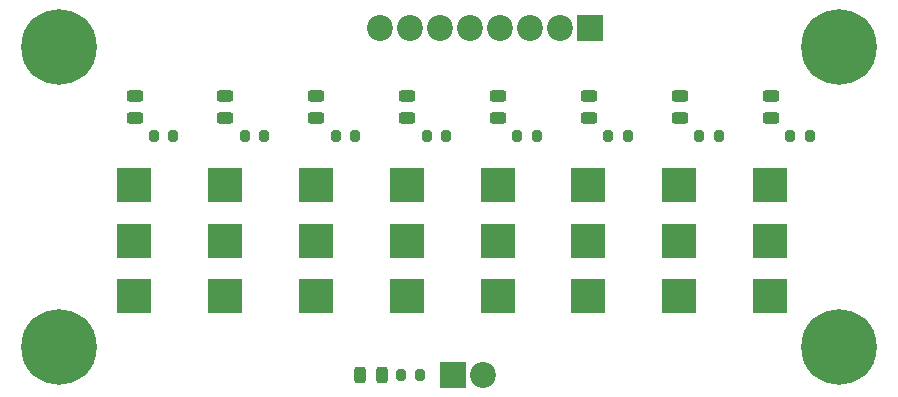
<source format=gts>
G04 #@! TF.GenerationSoftware,KiCad,Pcbnew,(6.0.7)*
G04 #@! TF.CreationDate,2023-06-27T12:53:43-07:00*
G04 #@! TF.ProjectId,Power Supply Board Ground Systems,506f7765-7220-4537-9570-706c7920426f,rev?*
G04 #@! TF.SameCoordinates,Original*
G04 #@! TF.FileFunction,Soldermask,Top*
G04 #@! TF.FilePolarity,Negative*
%FSLAX46Y46*%
G04 Gerber Fmt 4.6, Leading zero omitted, Abs format (unit mm)*
G04 Created by KiCad (PCBNEW (6.0.7)) date 2023-06-27 12:53:43*
%MOMM*%
%LPD*%
G01*
G04 APERTURE LIST*
G04 Aperture macros list*
%AMRoundRect*
0 Rectangle with rounded corners*
0 $1 Rounding radius*
0 $2 $3 $4 $5 $6 $7 $8 $9 X,Y pos of 4 corners*
0 Add a 4 corners polygon primitive as box body*
4,1,4,$2,$3,$4,$5,$6,$7,$8,$9,$2,$3,0*
0 Add four circle primitives for the rounded corners*
1,1,$1+$1,$2,$3*
1,1,$1+$1,$4,$5*
1,1,$1+$1,$6,$7*
1,1,$1+$1,$8,$9*
0 Add four rect primitives between the rounded corners*
20,1,$1+$1,$2,$3,$4,$5,0*
20,1,$1+$1,$4,$5,$6,$7,0*
20,1,$1+$1,$6,$7,$8,$9,0*
20,1,$1+$1,$8,$9,$2,$3,0*%
G04 Aperture macros list end*
%ADD10R,3.000000X3.000000*%
%ADD11RoundRect,0.243750X-0.456250X0.243750X-0.456250X-0.243750X0.456250X-0.243750X0.456250X0.243750X0*%
%ADD12RoundRect,0.200000X-0.200000X-0.275000X0.200000X-0.275000X0.200000X0.275000X-0.200000X0.275000X0*%
%ADD13C,3.600000*%
%ADD14C,6.400000*%
%ADD15R,2.200000X2.200000*%
%ADD16C,2.200000*%
%ADD17RoundRect,0.243750X-0.243750X-0.456250X0.243750X-0.456250X0.243750X0.456250X-0.243750X0.456250X0*%
G04 APERTURE END LIST*
D10*
X44536342Y-43490000D03*
X44536342Y-48190000D03*
X44536342Y-52890000D03*
X75292110Y-43490000D03*
X75292110Y-48190000D03*
X75292110Y-52890000D03*
D11*
X59935997Y-35898700D03*
X59935997Y-37773700D03*
D12*
X92370484Y-39300000D03*
X94020484Y-39300000D03*
D10*
X52225284Y-43490000D03*
X52225284Y-48190000D03*
X52225284Y-52890000D03*
D11*
X83013710Y-35898700D03*
X83013710Y-37773700D03*
D10*
X36847400Y-43490000D03*
X36847400Y-48190000D03*
X36847400Y-52890000D03*
D12*
X76978084Y-39300000D03*
X78628084Y-39300000D03*
X61585684Y-39300000D03*
X63235684Y-39300000D03*
X46193284Y-39300000D03*
X47843284Y-39300000D03*
D11*
X44550855Y-35898700D03*
X44550855Y-37773700D03*
D12*
X53889484Y-39300000D03*
X55539484Y-39300000D03*
D13*
X96520000Y-57150000D03*
D14*
X96520000Y-57150000D03*
D15*
X75410000Y-30180000D03*
D16*
X72870000Y-30180000D03*
X70330000Y-30180000D03*
X67790000Y-30180000D03*
X65250000Y-30180000D03*
X62710000Y-30180000D03*
X60170000Y-30180000D03*
X57630000Y-30180000D03*
D15*
X63840000Y-59500000D03*
D16*
X66380000Y-59500000D03*
D12*
X84674284Y-39300000D03*
X86324284Y-39300000D03*
X38497084Y-39300000D03*
X40147084Y-39300000D03*
D14*
X30480000Y-57150000D03*
D13*
X30480000Y-57150000D03*
D17*
X55926250Y-59570001D03*
X57801250Y-59570001D03*
D11*
X75321139Y-35898700D03*
X75321139Y-37773700D03*
D10*
X90670000Y-43490000D03*
X90670000Y-48190000D03*
X90670000Y-52890000D03*
D12*
X69281884Y-39300000D03*
X70931884Y-39300000D03*
D11*
X36858284Y-35898700D03*
X36858284Y-37773700D03*
D12*
X59408749Y-59560000D03*
X61058749Y-59560000D03*
D11*
X90706284Y-35898700D03*
X90706284Y-37773700D03*
D14*
X96520000Y-31750000D03*
D13*
X96520000Y-31750000D03*
D10*
X82981052Y-43490000D03*
X82981052Y-48190000D03*
X82981052Y-52890000D03*
X67603168Y-43490000D03*
X67603168Y-48190000D03*
X67603168Y-52890000D03*
D11*
X52243426Y-35898700D03*
X52243426Y-37773700D03*
D10*
X59914226Y-43490000D03*
X59914226Y-48190000D03*
X59914226Y-52890000D03*
D11*
X67628568Y-35898700D03*
X67628568Y-37773700D03*
D13*
X30480000Y-31750000D03*
D14*
X30480000Y-31750000D03*
M02*

</source>
